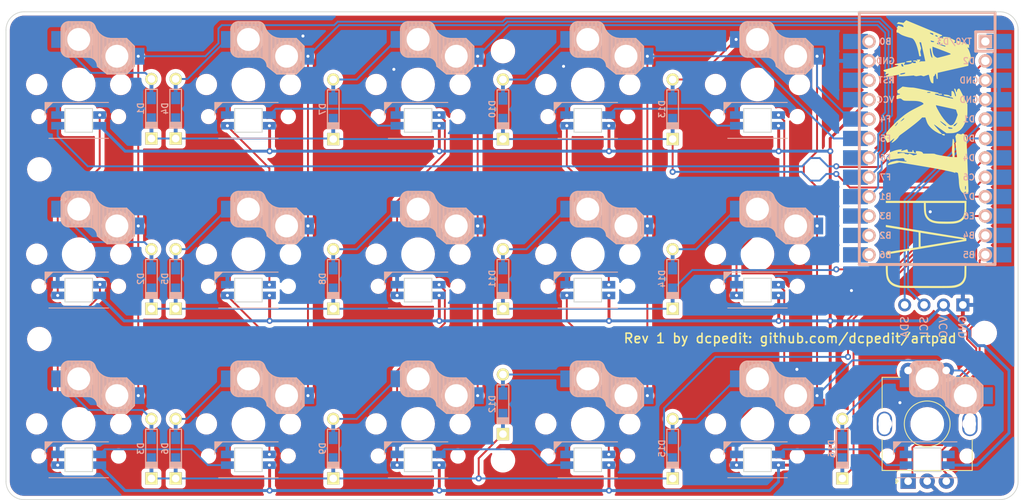
<source format=kicad_pcb>
(kicad_pcb (version 20211014) (generator pcbnew)
  (layers (0 "F.Cu" signal) (31 "B.Cu" signal) (34 "B.Paste" user) (35 "F.Paste" user) (36 "B.SilkS" user "B.Silkscreen") (37 "F.SilkS" user "F.Silkscreen") (38 "B.Mask" user) (39 "F.Mask" user) (44 "Edge.Cuts" user))
  (net 0 "")
  (net 1 "ENB")
  (net 2 "ENA")
  (net 3 "GND")
  (net 4 "Col0")
  (net 5 "Net-(D1-Pad2)")
  (net 6 "SDA")
  (net 7 "SCL")
  (net 8 "VDD")
  (net 9 "Net-(SW00-Pad2)")
  (net 10 "LED")
  (net 11 "Net-(D2-Pad2)")
  (net 12 "Net-(SW01-Pad2)")
  (net 13 "Net-(SW01-Pad4)")
  (net 14 "Net-(D3-Pad2)")
  (net 15 "Col1")
  (net 16 "Net-(SW02-Pad2)")
  (net 17 "Net-(D4-Pad2)")
  (net 18 "Col2")
  (net 19 "Net-(SW03-Pad2)")
  (net 20 "Net-(SW03-Pad4)")
  (net 21 "Net-(SW04-Pad2)")
  (net 22 "Net-(D5-Pad2)")
  (net 23 "Col3")
  (net 24 "Net-(SW10-Pad2)")
  (net 25 "Net-(D6-Pad2)")
  (net 26 "Net-(SW11-Pad4)")
  (net 27 "Net-(D7-Pad2)")
  (net 28 "Net-(SW12-Pad2)")
  (net 29 "Net-(D8-Pad2)")
  (net 30 "Net-(SW13-Pad4)")
  (net 31 "Net-(SW14-Pad2)")
  (net 32 "Net-(D9-Pad2)")
  (net 33 "Net-(SW20-Pad2)")
  (net 34 "Net-(D10-Pad2)")
  (net 35 "Net-(D11-Pad2)")
  (net 36 "Net-(SW22-Pad2)")
  (net 37 "Net-(D12-Pad2)")
  (net 38 "Net-(D13-Pad2)")
  (net 39 "Row0")
  (net 40 "Row2")
  (net 41 "Row3")
  (net 44 "Col4")
  (net 46 "Row1")
  (net 48 "Net-(D14-Pad2)")
  (net 49 "Net-(D15-Pad2)")
  (net 50 "Net-(D16-Pad2)")
  (net 51 "Net-(SW24-Pad2)")
  (net 52 "Net-(SW34-Pad2)")
  (footprint "Artisan:Choc_Hotswap_SK6812MiniE" (layer "F.Cu") (at 147.6375 86.51875)
    (fp_text reference "SW13")
    (fp_text value "SW_PUSH_LED" hide)
    (fp_line (start 1.8 3.149) (end -1.8 3.149) (layer "Edge.Cuts") (width 0.12))
    (fp_line (start -1.8 6.249) (end 1.8 6.249) (layer "Edge.Cuts") (width 0.12))
    (fp_line (start 1.8 6.249) (end 1.8 3.149) (layer "Edge.Cuts") (width 0.12))
    (fp_line (start -1.8 3.149) (end -1.8 6.249) (layer "Edge.Cuts") (width 0.12))
  )
  (footprint "Keebio-Parts:Diode-Hybrid-Back" (layer "F.Cu") (at 158.75 67.5375 -90)
    (fp_text reference "D13")
    (fp_text value "D" hide)
  )
  (footprint "Artisan:Choc_Hotswap_SK6812MiniE" (layer "F.Cu") (at 147.6375 108.74375)
    (fp_text reference "SW23")
    (fp_text value "SW_PUSH_LED" hide)
    (fp_line (start 1.8 6.249) (end 1.8 3.149) (layer "Edge.Cuts") (width 0.12))
    (fp_line (start -1.8 6.249) (end 1.8 6.249) (layer "Edge.Cuts") (width 0.12))
    (fp_line (start -1.8 3.149) (end -1.8 6.249) (layer "Edge.Cuts") (width 0.12))
    (fp_line (start 1.8 3.149) (end -1.8 3.149) (layer "Edge.Cuts") (width 0.12))
  )
  (footprint "Keebio-Parts:Diode-Hybrid-Back" (layer "F.Cu") (at 93.6625 67.46875 -90)
    (fp_text reference "D4")
    (fp_text value "D" hide)
  )
  (footprint "Artisan:Choc_Hotswap_SK6812MiniE" (layer "F.Cu") (at 80.9625 86.51875)
    (fp_text reference "SW10")
    (fp_text value "SW_PUSH_LED" hide)
    (fp_line (start -1.8 3.149) (end -1.8 6.249) (layer "Edge.Cuts") (width 0.12))
    (fp_line (start 1.8 6.249) (end 1.8 3.149) (layer "Edge.Cuts") (width 0.12))
    (fp_line (start 1.8 3.149) (end -1.8 3.149) (layer "Edge.Cuts") (width 0.12))
    (fp_line (start -1.8 6.249) (end 1.8 6.249) (layer "Edge.Cuts") (width 0.12))
  )
  (footprint "Keebio-Parts:Diode-Hybrid-Back" (layer "F.Cu") (at 93.6625 111.9875 -90)
    (fp_text reference "D6")
    (fp_text value "D" hide)
  )
  (footprint "Artisan:Choc_Hotswap_SK6812MiniE" (layer "F.Cu") (at 103.1875 108.74375)
    (fp_text reference "SW21")
    (fp_text value "SW_PUSH_LED" hide)
    (fp_line (start -1.8 3.149) (end -1.8 6.249) (layer "Edge.Cuts") (width 0.12))
    (fp_line (start 1.8 6.249) (end 1.8 3.149) (layer "Edge.Cuts") (width 0.12))
    (fp_line (start 1.8 3.149) (end -1.8 3.149) (layer "Edge.Cuts") (width 0.12))
    (fp_line (start -1.8 6.249) (end 1.8 6.249) (layer "Edge.Cuts") (width 0.12))
  )
  (footprint "Artisan:Choc_Hotswap_SK6812MiniE" (layer "F.Cu") (at 80.9625 64.29375)
    (fp_text reference "SW00")
    (fp_text value "SW_PUSH_LED" hide)
    (fp_line (start -1.8 3.149) (end -1.8 6.249) (layer "Edge.Cuts") (width 0.12))
    (fp_line (start 1.8 3.149) (end -1.8 3.149) (layer "Edge.Cuts") (width 0.12))
    (fp_line (start 1.8 6.249) (end 1.8 3.149) (layer "Edge.Cuts") (width 0.12))
    (fp_line (start -1.8 6.249) (end 1.8 6.249) (layer "Edge.Cuts") (width 0.12))
  )
  (footprint "MountingHole:MountingHole_2.2mm_M2" (layer "F.Cu") (at 75.803125 97.63125)
    (fp_text reference "H2" hide)
    (fp_text value "MountingHole")
  )
  (footprint "Artisan:Choc_Hotswap_SK6812MiniE" (layer "F.Cu") (at 80.9625 108.74375)
    (fp_text reference "SW20")
    (fp_text value "SW_PUSH_LED" hide)
    (fp_line (start 1.8 6.249) (end 1.8 3.149) (layer "Edge.Cuts") (width 0.12))
    (fp_line (start 1.8 3.149) (end -1.8 3.149) (layer "Edge.Cuts") (width 0.12))
    (fp_line (start -1.8 3.149) (end -1.8 6.249) (layer "Edge.Cuts") (width 0.12))
    (fp_line (start -1.8 6.249) (end 1.8 6.249) (layer "Edge.Cuts") (width 0.12))
  )
  (footprint "MountingHole:MountingHole_2.2mm_M2" (layer "F.Cu") (at 177.403125 75.40625)
    (fp_text reference "H5" hide)
    (fp_text value "MountingHole")
  )
  (footprint "Keebio-Parts:Diode-Hybrid-Back" (layer "F.Cu") (at 114.3 111.9875 -90)
    (fp_text reference "D9")
    (fp_text value "D" hide)
  )
  (footprint "Keebio-Parts:Diode-Hybrid-Back" (layer "F.Cu") (at 114.3 67.5375 -90)
    (fp_text reference "D7")
    (fp_text value "D" hide)
  )
  (footprint "Artisan:Choc_Hotswap_SK6812MiniE" (layer "F.Cu") (at 125.4125 64.29375)
    (fp_text reference "SW02")
    (fp_text value "SW_PUSH_LED" hide)
    (fp_line (start 1.8 3.149) (end -1.8 3.149) (layer "Edge.Cuts") (width 0.12))
    (fp_line (start -1.8 3.149) (end -1.8 6.249) (layer "Edge.Cuts") (width 0.12))
    (fp_line (start 1.8 6.249) (end 1.8 3.149) (layer "Edge.Cuts") (width 0.12))
    (fp_line (start -1.8 6.249) (end 1.8 6.249) (layer "Edge.Cuts") (width 0.12))
  )
  (footprint "Keebio-Parts:Diode-Hybrid-Back" (layer "F.Cu") (at 114.3 89.7625 -90)
    (fp_text reference "D8")
    (fp_text value "D" hide)
  )
  (footprint "Keebio-Parts:RotaryEncoder_EC11" (layer "F.Cu") (at 192.0875 108.74375 90)
    (fp_text reference "EN1")
    (fp_text value "Rotary_Encoder_Switch")
  )
  (footprint "Keebio-Parts:Diode-Hybrid-Back" (layer "F.Cu") (at 136.525 67.5375 -90)
    (fp_text reference "D10")
    (fp_text value "D" hide)
  )
  (footprint "Artisan:Choc_Hotswap_SK6812MiniE" (layer "F.Cu") (at 169.8625 64.29375)
    (fp_text reference "SW04")
    (fp_text value "SW_PUSH_LED" hide)
    (fp_line (start 1.8 6.249) (end 1.8 3.149) (layer "Edge.Cuts") (width 0.12))
    (fp_line (start -1.8 6.249) (end 1.8 6.249) (layer "Edge.Cuts") (width 0.12))
    (fp_line (start 1.8 3.149) (end -1.8 3.149) (layer "Edge.Cuts") (width 0.12))
    (fp_line (start -1.8 3.149) (end -1.8 6.249) (layer "Edge.Cuts") (width 0.12))
  )
  (footprint "Keebio-Parts:Diode-Hybrid-Back" (layer "F.Cu") (at 93.6625 89.7625 -90)
    (fp_text reference "D5")
    (fp_text value "D" hide)
  )
  (footprint "Custom_Footprints:SSD1306_OLED" (layer "F.Cu") (at 192.9475 75.40625 90)
    (fp_text reference "J1")
    (fp_text value "OLED")
  )
  (footprint "Artisan:Choc_Hotswap_SK6812MiniE" (layer "F.Cu") (at 125.4125 108.74375)
    (fp_text reference "SW22")
    (fp_text value "SW_PUSH_LED" hide)
    (fp_line (start 1.8 6.249) (end 1.8 3.149) (layer "Edge.Cuts") (width 0.12))
    (fp_line (start 1.8 3.149) (end -1.8 3.149) (layer "Edge.Cuts") (width 0.12))
    (fp_line (start -1.8 6.249) (end 1.8 6.249) (layer "Edge.Cuts") (width 0.12))
    (fp_line (start -1.8 3.149) (end -1.8 6.249) (layer "Edge.Cuts") (width 0.12))
  )
  (footprint "Artisan:Choc_Hotswap_SK6812MiniE" (layer "F.Cu") (at 169.8625 108.74375)
    (fp_text reference "SW24")
    (fp_text value "SW_PUSH_LED" hide)
    (fp_line (start 1.8 6.249) (end 1.8 3.149) (layer "Edge.Cuts") (width 0.12))
    (fp_line (start 1.8 3.149) (end -1.8 3.149) (layer "Edge.Cuts") (width 0.12))
    (fp_line (start -1.8 6.249) (end 1.8 6.249) (layer "Edge.Cuts") (width 0.12))
    (fp_line (start -1.8 3.149) (end -1.8 6.249) (layer "Edge.Cuts") (width 0.12))
  )
  (footprint "Artisan:Choc_Hotswap_SK6812MiniE" (layer "F.Cu") (at 103.1875 86.51875)
    (fp_text reference "SW11")
    (fp_text value "SW_PUSH_LED" hide)
    (fp_line (start 1.8 6.249) (end 1.8 3.149) (layer "Edge.Cuts") (width 0.12))
    (fp_line (start 1.8 3.149) (end -1.8 3.149) (layer "Edge.Cuts") (width 0.12))
    (fp_line (start -1.8 6.249) (end 1.8 6.249) (layer "Edge.Cuts") (width 0.12))
    (fp_line (start -1.8 3.149) (end -1.8 6.249) (layer "Edge.Cuts") (width 0.12))
  )
  (footprint "Artisan:Choc_Hotswap_SK6812MiniE" (layer "F.Cu") (at 147.6375 64.29375)
    (fp_text reference "SW03")
    (fp_text value "SW_PUSH_LED" hide)
    (fp_line (start 1.8 6.249) (end 1.8 3.149) (layer "Edge.Cuts") (width 0.12))
    (fp_line (start 1.8 3.149) (end -1.8 3.149) (layer "Edge.Cuts") (width 0.12))
    (fp_line (start -1.8 3.149) (end -1.8 6.249) (layer "Edge.Cuts") (width 0.12))
    (fp_line (start -1.8 6.249) (end 1.8 6.249) (layer "Edge.Cuts") (width 0.12))
  )
  (footprint "MountingHole:MountingHole_2.2mm_M2" (layer "F.Cu") (at 199.628125 96.8375)
    (fp_text reference "H6" hide)
    (fp_text value "MountingHole")
  )
  (footprint "Keebio-Parts:Diode-Hybrid-Back" (layer "F.Cu") (at 136.525 106.175 -90)
    (fp_text reference "D12")
    (fp_text value "D" hide)
  )
  (footprint "MountingHole:MountingHole_2.2mm_M2" (layer "F.Cu") (at 136.525 113.50625)
    (fp_text reference "H4" hide)
    (fp_text value "MountingHole")
  )
  (footprint "Artisan:logo" (layer "F.Cu") (at 192.0875 73.421875 -90)
    (fp_text reference "G***" hide)
    (fp_text value "LOGO" hide)
  )
  (footprint "Artisan:Choc_Hotswap_SK6812MiniE" (layer "F.Cu") (at 192.0875 108.74375)
    (fp_text reference "SW34")
    (fp_text value "SW_PUSH_LED" hide)
    (fp_line (start -1.8 6.249) (end 1.8 6.249) (layer "Edge.Cuts") (width 0.12))
    (fp_line (start 1.8 3.149) (end -1.8 3.149) (layer "Edge.Cuts") (width 0.12))
    (fp_line (start 1.8 6.249) (end 1.8 3.149) (layer "Edge.Cuts") (width 0.12))
    (fp_line (start -1.8 3.149) (end -1.8 6.249) (layer "Edge.Cuts") (width 0.12))
  )
  (footprint "Keebio-Parts:Diode-Hybrid-Back" (layer "F.Cu") (at 158.75 111.9875 -90)
    (fp_text reference "D15")
    (fp_text value "D" hide)
  )
  (footprint "Artisan:Choc_Hotswap_SK6812MiniE" (layer "F.Cu") (at 103.1875 64.29375)
    (fp_text reference "SW01")
    (fp_text value "SW_PUSH_LED" hide)
    (fp_line (start 1.8 3.149) (end -1.8 3.149) (layer "Edge.Cuts") (width 0.12))
    (fp_line (start -1.8 6.249) (end 1.8 6.249) (layer "Edge.Cuts") (width 0.12))
    (fp_line (start 1.8 6.249) (end 1.8 3.149) (layer "Edge.Cuts") (width 0.12))
    (fp_line (start -1.8 3.149) (end -1.8 6.249) (layer "Edge.Cuts") (width 0.12))
  )
  (footprint "Keebio-Parts:Diode-Hybrid-Back" (layer "F.Cu") (at 90.4875 89.7625 -90)
    (fp_text reference "D2")
    (fp_text value "D" hide)
  )
  (footprint "MountingHole:MountingHole_2.2mm_M2" (layer "F.Cu") (at 136.525 59.928125)
    (fp_text reference "H3" hide)
    (fp_text value "MountingHole")
  )
  (footprint "MountingHole:MountingHole_2.2mm_M2" (layer "F.Cu") (at 75.803125 75.40625)
    (fp_text reference "H1" hide)
    (fp_text value "MountingHole")
  )
  (footprint "Keebio-Parts:Diode-Hybrid-Back" (layer "F.Cu") (at 158.75 89.7625 -90)
    (fp_text reference "D14")
    (fp_text value "D" hide)
  )
  (footprint "Keebio-Parts:Diode-Hybrid-Back" (layer "F.Cu") (at 90.4875 111.9875 -90)
    (fp_text reference "D3")
    (fp_text value "D" hide)
  )
  (footprint "Keebio-Parts:Diode-Hybrid-Back" (layer "F.Cu") (at 180.975 111.9875 -90)
    (fp_text reference "D16")
    (fp_text value "D" hide)
  )
  (footprint "Artisan:Choc_Hotswap_SK6812MiniE" (layer "F.Cu") (at 125.4125 86.51875)
    (fp_text reference "SW12")
    (fp_text value "SW_PUSH_LED" hide)
    (fp_line (start -1.8 3.149) (end -1.8 6.249) (layer "Edge.Cuts") (width 0.12))
    (fp_line (start 1.8 3.149) (end -1.8 3.149) (layer "Edge.Cuts") (width 0.12))
    (fp_line (start 1.8 6.249) (end 1.8 3.149) (layer "Edge.Cuts") (width 0.12))
    (fp_line (start -1.8 6.249) (end 1.8 6.249) (layer "Edge.Cuts") (width 0.12))
  )
  (footprint "Keebio-Parts:Diode-Hybrid-Back" (layer "F.Cu") (at 90.4875 67.46875 -90)
    (fp_text reference "D1")
    (fp_text value "D" hide)
  )
  (footprint "Artisan:Choc_Hotswap_SK6812MiniE" (layer "F.Cu") (at 169.8625 86.51875)
    (fp_text reference "SW14")
    (fp_text value "SW_PUSH_LED" hide)
    (fp_line (start 1.8 3.149) (end -1.8 3.149) (layer "Edge.Cuts") (width 0.12))
    (fp_line (start 1.8 6.249) (end 1.8 3.149) (layer "Edge.Cuts") (width 0.12))
    (fp_line (start -1.8 6.249) (end 1.8 6.249) (layer "Edge.Cuts") (width 0.12))
    (fp_line (start -1.8 3.149) (end -1.8 6.249) (layer "Edge.Cuts") (width 0.12))
  )
  (footprint "Keebio-Parts:Diode-Hybrid-Back" (layer "F.Cu") (at 136.525 89.7625 -90)
    (fp_text reference "D11")
    (fp_text value "D" hide)
  )
  (footprint "Keebio-Parts:Elite-C-castellated-24pin-holes" (layer "B.Cu") (at 192.0875 72.6305 -90)
    (fp_text reference "U1" hide)
    (fp_text value "ProMicro" hide)
  )
  (gr_line (start 73.81875 54.76875) (end 201.6125 54.76875) (layer "Edge.Cuts") (width 0.1))
  (gr_line (start 201.6125 118.665625) (end 73.81875 118.665625) (layer "Edge.Cuts") (width 0.1))
  (gr_line (start 71.4375 57.15) (end 71.4375 116.284375) (layer "Edge.Cuts") (width 0.1))
  (gr_arc (start 201.6125 54.76875) (mid 203.296298 55.466202) (end 203.99375 57.15) (layer "Edge.Cuts") (width 0.1))
  (gr_line (start 203.99375 57.15) (end 203.99375 116.284375) (layer "Edge.Cuts") (width 0.1))
  (gr_arc (start 203.99375 116.284375) (mid 203.296298 117.968173) (end 201.6125 118.665625) (layer "Edge.Cuts") (width 0.1))
  (gr_arc (start 73.81875 118.665625) (mid 72.134952 117.968173) (end 71.4375 116.284375) (layer "Edge.Cuts") (width 0.1))
  (gr_arc (start 71.4375 57.15) (mid 72.134952 55.466202) (end 73.81875 54.76875) (layer "Edge.Cuts") (width 0.1))
  (gr_text "Rev 1 by dcpedit: github.com/dcpedit/artpad" (at 196.05625 97.536) (layer "F.SilkS") (effects (font (size 1.25 1.25) (thickness 0.2)) (justify right)))
  (segment (start 194.071875 111.521875) (end 194.763459 110.830291) (width 0.25) (layer "F.Cu") (net 1))
  (segment (start 197.307209 96.040535) (end 197.307209 97.634466) (width 0.25) (layer "F.Cu") (net 1))
  (segment (start 190.16248 115.43127) (end 190.16248 111.840966) (width 0.25) (layer "F.Cu") (net 1))
  (segment (start 194.763459 104.0811) (end 198.237904 100.606654) (width 0.25) (layer "F.Cu") (net 1))
  (segment (start 198.506689 85.261311) (end 198.506689 94.841054) (width 0.25) (layer "F.Cu") (net 1))
  (segment (start 199.7075 84.0605) (end 198.506689 85.261311) (width 0.25) (layer "F.Cu") (net 1))
  (segment (start 190.16248 111.840966) (end 190.481571 111.521875) (width 0.25) (layer "F.Cu") (net 1))
  (segment (start 198.237904 100.606654) (end 198.506689 100.33787) (width 0.25) (layer "F.Cu") (net 1))
  (segment (start 198.506689 98.833946) (end 198.506689 100.337869) (width 0.25) (layer "F.Cu") (net 1))
  (segment (start 198.506689 100.337869) (end 198.237904 100.606654) (width 0.25) (layer "F.Cu") (net 1))
  (segment (start 198.506689 94.841054) (end 197.307209 96.040535) (width 0.25) (layer "F.Cu") (net 1))
  (segment (start 194.763459 110.830291) (end 194.763459 104.0811) (width 0.25) (layer "F.Cu") (net 1))
  (segment (start 189.5875 116.00625) (end 190.16248 115.43127) (width 0.25) (layer "F.Cu") (net 1))
  (segment (start 197.307209 97.634466) (end 198.506689 98.833946) (width 0.25) (layer "F.Cu") (net 1))
  (segment (start 190.481571 111.521875) (end 194.071875 111.521875) (width 0.25) (layer "F.Cu") (net 1))
  (segment (start 189.5875 116.24375) (end 189.5875 116.00625) (width 0.25) (layer "F.Cu") (net 1))
  (segment (start 198.956209 98.546834) (end 198.956209 100.524068) (width 0.25) (layer "F.Cu") (net 2))
  (segment (start 198.855295 98.546834) (end 198.956209 98.546834) (width 0.25) (layer "F.Cu") (net 2))
  (segment (start 194.5875 115.2125) (end 194.5875 116.24375) (width 0.25) (layer "F.Cu") (net 2))
  (segment (start 195.212979 111.016488) (end 194.01252 112.216948) (width 0.25) (layer "F.Cu") (net 2))
  (segment (start 198.956209 95.027252) (end 197.756729 96.226732) (width 0.25) (layer "F.Cu") (net 2))
  (segment (start 199.7075 86.6005) (end 198.956209 87.351791) (width 0.25) (layer "F.Cu") (net 2))
  (segment (start 198.956209 100.524068) (end 195.212979 104.267297) (width 0.25) (layer "F.Cu") (net 2))
  (segment (start 197.756729 97.448268) (end 198.855295 98.546834) (width 0.25) (layer "F.Cu") (net 2))
  (segment (start 197.756729 96.226732) (end 197.756729 97.448268) (width 0.25) (layer "F.Cu") (net 2))
  (segment (start 195.212979 104.267297) (end 195.212979 111.016488) (width 0.25) (layer "F.Cu") (net 2))
  (segment (start 198.956209 87.351791) (end 198.956209 95.027252) (width 0.25) (layer "F.Cu") (net 2))
  (segment (start 194.01252 112.216948) (end 194.01252 114.63752) (width 0.25) (layer "F.Cu") (net 2))
  (segment (start 194.01252 114.63752) (end 194.5875 115.2125) (width 0.25) (layer "F.Cu") (net 2))
  (via (at 192.484375 80.9625) (size 0.8) (drill 0.4) (layers "F.Cu" "B.Cu") (net 3))
  (via (at 122.2375 62.309375) (size 0.8) (drill 0.4) (layers "F.Cu" "B.Cu") (net 3))
  (via (at 110.33125 57.94375) (size 0.8) (drill 0.4) (layers "F.Cu" "B.Cu") (net 3))
  (via (at 182.165625 91.28125) (size 0.8) (drill 0.4) (layers "F.Cu" "B.Cu") (net 3))
  (via (at 144.4625 61.9125) (size 0.8) (drill 0.4) (layers "F.Cu" "B.Cu") (net 3))
  (via (at 188.515625 105.965625) (size 0.8) (drill 0.4) (layers "F.Cu" "B.Cu") (net 3))
  (via (at 175.021875 101.6) (size 0.8) (drill 0.4) (layers "F.Cu" "B.Cu") (net 3))
  (segment (start 88.7625 82.81875) (end 88.7625 60.59375) (width 0.25) (layer "F.Cu") (net 4))
  (segment (start 88.7625 82.81875) (end 88.7625 105.04375) (width 0.25) (layer "F.Cu") (net 4))
  (via (at 88.7625 105.04375) (size 0.8) (drill 0.4) (layers "F.Cu" "B.Cu") (net 4))
  (via (at 88.7625 60.59375) (size 0.8) (drill 0.4) (layers "F.Cu" "B.Cu") (net 4))
  (via (at 88.7625 82.81875) (size 0.8) (drill 0.4) (layers "F.Cu" "B.Cu") (net 4))
  (segment (start 187.08606 68.744812) (end 187.08606 70.649094) (width 0.25) (layer "B.Cu") (net 4))
  (segment (start 185.668311 75.875407) (end 185.668311 77.779689) (width 0.25) (layer "B.Cu") (net 4))
  (segment (start 186.567351 73.072085) (end 186.117831 73.521605) (width 0.25) (layer "B.Cu") (net 4))
  (segment (start 136.914627 55.620189) (end 185.956811 55.620189) (width 0.25) (layer "B.Cu") (net 4))
  (segment (start 99.262989 56.969239) (end 99.712999 56.519229) (width 0.25) (layer "B.Cu") (net 4))
  (segment (start 114.875824 56.069709) (end 136.465106 56.069709) (width 0.25) (layer "B.Cu") (net 4))
  (segment (start 187.482934 68.347938) (end 187.08606 68.744812) (width 0.25) (layer "B.Cu") (net 4))
  (segment (start 187.482935 57.146315) (end 187.482934 68.347938) (width 0.25) (layer "B.Cu") (net 4))
  (segment (start 186.117831 75.425887) (end 185.668311 75.875407) (width 0.25) (layer "B.Cu") (net 4))
  (segment (start 99.712999 56.519229) (end 114.426303 56.519229) (width 0.25) (layer "B.Cu") (net 4))
  (segment (start 114.426303 56.519229) (end 114.875824 56.069709) (width 0.25) (layer "B.Cu") (net 4))
  (segment (start 185.956811 55.620189) (end 187.482935 57.146315) (width 0.25) (layer "B.Cu") (net 4))
  (segment (start 187.08606 70.649094) (end 186.567351 71.167803) (width 0.25) (layer "B.Cu") (net 4))
  (segment (start 97.551782 60.59375) (end 99.262989 58.882543) (width 0.25) (layer "B.Cu") (net 4))
  (segment (start 88.7625 60.59375) (end 97.551782 60.59375) (width 0.25) (layer "B.Cu") (net 4))
  (segment (start 99.262989 58.882543) (end 99.262989 56.969239) (width 0.25) (layer "B.Cu") (net 4))
  (segment (start 185.668311 77.779689) (end 184.4675 78.9805) (width 0.25) (layer "B.Cu") (net 4))
  (segment (start 136.465106 56.069709) (end 136.914627 55.620189) (width 0.25) (layer "B.Cu") (net 4))
  (segment (start 186.567351 71.167803) (end 186.567351 73.072085) (width 0.25) (layer "B.Cu") (net 4))
  (segment (start 186.117831 73.521605) (end 186.117831 75.425887) (width 0.25) (layer "B.Cu") (net 4))
  (segment (start 90.4875 63.56875) (end 89.687501 62.768751) (width 0.25) (layer "B.Cu") (net 5))
  (segment (start 82.537501 62.768751) (end 78.1625 58.39375) (width 0.25) (layer "B.Cu") (net 5))
  (segment (start 89.687501 62.768751) (end 82.537501 62.768751) (width 0.25) (layer "B.Cu") (net 5))
  (segment (start 189.1375 79.3905) (end 199.7075 68.8205) (width 0.25) (layer "B.Cu") (net 6))
  (segment (start 189.1375 93.16075) (end 189.1375 79.3905) (width 0.25) (layer "B.Cu") (net 6))
  (segment (start 197.803218 71.3605) (end 199.7075 71.3605) (width 0.25) (layer "B.Cu") (net 7))
  (segment (start 189.58702 79.576698) (end 197.803218 71.3605) (width 0.25) (layer "B.Cu") (net 7))
  (segment (start 191.6775 93.16075) (end 189.58702 91.07027) (width 0.25) (layer "B.Cu") (net 7))
  (segment (start 189.58702 91.07027) (end 189.58702 79.576698) (width 0.25) (layer "B.Cu") (net 7))
  (segment (start 150.415625 73.025) (end 150.415625 69.720875) (width 0.381) (layer "F.Cu") (net 8))
  (segment (start 105.965625 114.170875) (end 105.9375 114.14275) (width 0.381) (layer "F.Cu") (net 8))
  (segment (start 179.3875 94.853125) (end 179.3875 112.7125) (width 0.381) (layer "F.Cu") (net 8))
  (segment (start 172.640625 95.25) (end 172.640625 91.945875) (width 0.381) (layer "F.Cu") (net 8))
  (segment (start 172.640625 69.720875) (end 172.6125 69.69275) (width 0.381) (layer "F.Cu") (net 8))
  (segment (start 105.965625 69.720875) (end 105.9375 69.69275) (width 0.381) (layer "F.Cu") (net 8))
  (segment (start 150.415625 117.475) (end 150.415625 114.170875) (width 0.381) (layer "F.Cu") (net 8))
  (segment (start 150.415625 95.25) (end 150.415625 91.945875) (width 0.381) (layer "F.Cu") (net 8))
  (segment (start 179.3875 73.025) (end 179.3875 71.3605) (width 0.381) (layer "F.Cu") (net 8))
  (segment (start 150.415625 91.945875) (end 150.3875 91.91775) (width 0.381) (layer "F.Cu") (net 8))
  (segment (start 128.190625 91.945875) (end 128.1625 91.91775) (width 0.381) (layer "F.Cu") (net 8))
  (segment (start 179.3875 71.3605) (end 184.4675 66.2805) (width 0.381) (layer "F.Cu") (net 8))
  (segment (start 179.3875 112.7125) (end 177.95725 114.14275) (width 0.381) (layer "F.Cu") (net 8))
  (segment (start 105.965625 91.945875) (end 105.9375 91.91775) (width 0.381) (layer "F.Cu") (net 8))
  (segment (start 179.3875 73.025) (end 179.3875 94.853125) (width 0.381) (layer "F.Cu") (net 8))
  (segment (start 172.640625 91.945875) (end 172.6125 91.91775) (width 0.381) (layer "F.Cu") (net 8))
  (segment (start 128.190625 73.025) (end 128.190625 69.720875) (width 0.381) (layer "F.Cu") (net 8))
  (segment (start 128.190625 117.475) (end 128.190625 114.170875) (width 0.381) (layer "F.Cu") (net 8))
  (segment (start 128.190625 114.170875) (end 128.1625 114.14275) (width 0.381) (layer "F.Cu") (net 8))
  (segment (start 172.640625 73.025) (end 172.640625 69.720875) (width 0.381) (layer "F.Cu") (net 8))
  (segment (start 128.190625 69.720875) (end 128.1625 69.69275) (width 0.381) (layer "F.Cu") (net 8))
  (segment (start 105.965625 73.025) (end 105.965625 69.720875) (width 0.381) (layer "F.Cu") (net 8))
  (segment (start 105.965625 117.475) (end 105.965625 114.170875) (width 0.381) (layer "F.Cu") (net 8))
  (segment (start 105.965625 95.25) (end 105.965625 91.945875) (width 0.381) (layer "F.Cu") (net 8))
  (segment (start 177.95725 114.14275) (end 172.6125 114.14275) (width 0.381) (layer "F.Cu") (net 8))
  (segment (start 150.415625 69.720875) (end 150.3875 69.69275) (width 0.381) (layer "F.Cu") (net 8))
  (segment (start 128.190625 95.25) (end 128.190625 91.945875) (width 0.381) (layer "F.Cu") (net 8))
  (segment (start 150.415625 114.170875) (end 150.3875 114.14275) (width 0.381) (layer "F.Cu") (net 8))
  (via (at 105.9375 114.14275) (size 0.8) (drill 0.4) (layers "F.Cu" "B.Cu") (net 8))
  (via (at 105.965625 117.475) (size 0.8) (drill 0.4) (layers "F.Cu" "B.Cu") (net 8))
  (via (at 128.1625 114.14275) (size 0.8) (drill 0.4) (layers "F.Cu" "B.Cu") (net 8))
  (via (at 128.190625 117.475) (size 0.8) (drill 0.4) (layers "F.Cu" "B.Cu") (net 8))
  (via (at 150.415625 95.25) (size 0.8) (drill 0.4) (layers "F.Cu" "B.Cu") (net 8))
  (via (at 179.3875 95.25) (size 0.8) (drill 0.4) (layers "F.Cu" "B.Cu") (net 8))
  (via (at 150.3875 114.14275) (size 0.8) (drill 0.4) (layers "F.Cu" "B.Cu") (net 8))
  (via (at 150.415625 117.475) (size 0.8) (drill 0.4) (layers "F.Cu" "B.Cu") (net 8))
  (via (at 105.9375 91.91775) (size 0.8) (drill 0.4) (layers "F.Cu" "B.Cu") (net 8))
  (via (at 128.1625 91.91775) (size 0.8) (drill 0.4) (layers "F.Cu" "B.Cu") (net 8))
  (via (at 150.3875 69.69275) (size 0.8) (drill 0.4) (layers "F.Cu" "B.Cu") (net 8))
  (via (at 179.3875 73.025) (size 0.8) (drill 0.4) (layers "F.Cu" "B.Cu") (net 8))
  (via (at 105.9375 69.69275) (size 0.8) (drill 0.4) (layers "F.Cu" "B.Cu") (net 8))
  (via (at 128.190625 95.25) (size 0.8) (drill 0.4) (layers "F.Cu" "B.Cu") (net 8))
  (via (at 128.1625 69.69275) (size 0.8) (drill 0.4) (layers "F.Cu" "B.Cu") (net 8))
  (via (at 150.415625 73.025) (size 0.8) (drill 0.4) (layers "F.Cu" "B.Cu") (net 8))
  (via (at 128.190625 73.025) (size 0.8) (drill 0.4) (layers "F.Cu" "B.Cu") (net 8))
  (via (at 105.965625 95.25) (size 0.8) (drill 0.4) (layers "F.Cu" "B.Cu") (net 8))
  (via (at 172.640625 95.25) (size 0.8) (drill 0.4) (layers "F.Cu" "B.Cu") (net 8))
  (via (at 150.3875 91.91775) (size 0.8) (drill 0.4) (layers "F.Cu" "B.Cu") (net 8))
  (via (at 172.6125 114.14275) (size 0.8) (drill 0.4) (layers "F.Cu" "B.Cu") (net 8))
  (via (at 172.6125 91.91775) (size 0.8) (drill 0.4) (layers "F.Cu" "B.Cu") (net 8))
  (via (at 172.6125 69.69275) (size 0.8) (drill 0.4) (layers "F.Cu" "B.Cu") (net 8))
  (via (at 172.640625 73.025) (size 0.8) (drill 0.4) (layers "F.Cu" "B.Cu") (net 8))
  (via (at 105.965625 73.025) (size 0.8) (drill 0.4) (layers "F.Cu" "B.Cu") (net 8))
  (segment (start 150.415625 117.475) (end 128.190625 117.475) (width 0.381) (layer "B.Cu") (net 8))
  (segment (start 172.640625 73.025) (end 179.3875 73.025) (width 0.381) (layer "B.Cu") (net 8))
  (segment (start 197.64375 97.42792) (end 198.714018 98.498188) (width 0.381) (layer "B.Cu") (net 8))
  (segment (start 83.7125 69.69275) (end 87.04475 73.025) (width 0.381) (layer "B.Cu") (net 8))
  (segment (start 199.554937 98.498188) (end 202.803125 101.746375) (width 0.381) (layer "B.Cu") (net 8))
  (segment (start 172.6125 114.14275) (end 172.6125 116.3125) (width 0.381) (layer "B.Cu") (net 8))
  (segment (start 192.12825 95.25) (end 194.2175 93.16075) (width 0.381) (layer "B.Cu") (net 8))
  (segment (start 105.965625 73.025) (end 128.190625 73.025) (width 0.381) (layer "B.Cu") (net 8))
  (segment (start 197.64375 96.587) (end 197.64375 97.42792) (width 0.381) (layer "B.Cu") (net 8))
  (segment (start 172.640625 95.25) (end 150.415625 95.25) (width 0.381) (layer "B.Cu") (net 8))
  (segment (start 83.7125 92.046875) (end 83.7125 91.91775) (width 0.381) (layer "B.Cu") (net 8))
  (segment (start 86.915625 95.25) (end 83.7125 92.046875) (width 0.381) (layer "B.Cu") (net 8))
  (segment (start 179.3875 95.25) (end 172.640625 95.25) (width 0.381) (layer "B.Cu") (net 8))
  (segment (start 202.803125 109.934375) (end 198.59475 114.14275) (width 0.381) (layer "B.Cu") (net 8))
  (segment (start 198.714018 98.498188) (end 199.554937 98.498188) (width 0.381) (layer "B.Cu") (net 8))
  (segment (start 172.6125 116.3125) (end 171.45 117.475) (width 0.381) (layer "B.Cu") (net 8))
  (segment (start 194.2175 93.16075) (end 197.64375 96.587) (width 0.381) (layer "B.Cu") (net 8))
  (segment (start 198.59475 114.14275) (end 194.8375 114.14275) (width 0.381) (layer "B.Cu") (net 8))
  (segment (start 105.965625 117.475) (end 87.04475 117.475) (width 0.381) (layer "B.Cu") (net 8))
  (segment (start 128.190625 117.475) (end 105.965625 117.475) (width 0.381) (layer "B.Cu") (net 8))
  (segment (start 87.04475 73.025) (end 105.965625 73.025) (width 0.381) (layer "B.Cu") (net 8))
  (segment (start 87.04475 117.475) (end 83.7125 114.14275) (width 0.381) (layer "B.Cu") (net 8))
  (segment (start 171.45 117.475) (end 150.415625 117.475) (width 0.381) (layer "B.Cu") (net 8))
  (segment (start 105.965625 95.25) (end 86.915625 95.25) (width 0.381) (layer "B.Cu") (net 8))
  (segment (start 202.803125 101.746375) (end 202.803125 109.934375) (width 0.381) (layer "B.Cu") (net 8))
  (segment (start 128.190625 95.25) (end 105.965625 95.25) (width 0.381) (layer "B.Cu") (net 8))
  (segment (start 150.415625 95.25) (end 128.190625 95.25) (width 0.381) (layer "B.Cu") (net 8))
  (segment (start 179.3875 95.25) (end 192.12825 95.25) (width 0.381) (layer "B.Cu") (net 8))
  (segment (start 150.415625 73.025) (end 172.640625 73.025) (width 0.381) (layer "B.Cu") (net 8))
  (segment (start 128.190625 73.025) (end 150.415625 73.025) (width 0.381) (layer "B.Cu") (net 8))
  (segment (start 78.2125 80.717776) (end 83.7125 75.217776) (width 0.25) (layer "F.Cu") (net 9))
  (segment (start 83.7125 75.217776) (end 83.7125 68.29275) (width 0.25) (layer "F.Cu") (net 9))
  (segment (start 78.2125 91.91775) (end 78.2125 80.717776) (width 0.25) (layer "F.Cu") (net 9))
  (via (at 78.2125 91.91775) (size 0.8) (drill 0.4) (layers "F.Cu" "B.Cu") (net 9))
  (via (at 83.7125 68.29275) (size 0.8) (drill 0.4) (layers "F.Cu" "B.Cu") (net 9))
  (segment (start 185.806689 75.101311) (end 180.273186 75.101311) (width 0.25) (layer "F.Cu") (net 10))
  (segment (start 180.273186 75.101311) (end 180.18125 75.009375) (width 0.25) (layer "F.Cu") (net 10))
  (segment (start 199.7075 61.2005) (end 185.806689 75.101311) (width 0.25) (layer "F.Cu") (net 10))
  (via (at 180.18125 75.009375) (size 0.8) (drill 0.4) (layers "F.Cu" "B.Cu") (net 10))
  (segment (start 176.792357 73.931729) (end 175.714711 75.009375) (width 0.25) (layer "B.Cu") (net 10))
  (segment (start 78.2125 71.06875) (end 78.2125 69.69275) (width 0.25) (layer "B.Cu") (net 10))
  (segment (start 82.153125 75.009375) (end 78.2125 71.06875) (width 0.25) (layer "B.Cu") (net 10))
  (segment (start 179.091539 75.009375) (end 178.013893 73.931729) (width 0.25) (layer "B.Cu") (net 10))
  (segment (start 175.714711 75.009375) (end 82.153125 75.009375) (width 0.25) (layer "B.Cu") (net 10))
  (segment (start 178.013893 73.931729) (end 176.792357 73.931729) (width 0.25) (layer "B.Cu") (net 10))
  (segment (start 180.18125 75.009375) (end 179.091539 75.009375) (width 0.25) (layer "B.Cu") (net 10))
  (segment (start 78.1625 80.61875) (end 82.475 84.93125) (width 0.25) (layer "B.Cu") (net 11))
  (segment (start 89.55625 84.93125) (end 90.4875 85.8625) (width 0.25) (layer "B.Cu") (net 11))
  (segment (start 82.475 84.93125) (end 89.55625 84.93125) (width 0.25) (layer "B.Cu") (net 11))
  (segment (start 117.930739 67.46875) (end 120.154739 69.69275) (width 0.25) (layer "B.Cu") (net 12))
  (segment (start 106.7615 67.46875) (end 117.930739 67.46875) (width 0.25) (layer "B.Cu") (net 12))
  (segment (start 120.154739 69.69275) (end 122.6625 69.69275) (width 0.25) (layer "B.Cu") (net 12))
  (segment (start 105.9375 68.29275) (end 106.7615 67.46875) (width 0.25) (layer "B.Cu") (net 12))
  (segment (start 105.9375 90.51775) (end 105.9375 75.269554) (width 0.25) (layer "F.Cu") (net 13))
  (segment (start 100.4375 69.769554) (end 100.4375 69.69275) (width 0.25) (layer "F.Cu") (net 13))
  (segment (start 105.9375 75.269554) (end 100.4375 69.769554) (width 0.25) (layer "F.Cu") (net 13))
  (via (at 105.9375 90.51775) (size 0.8) (drill 0.4) (layers "F.Cu" "B.Cu") (net 13))
  (via (at 100.4375 69.69275) (size 0.8) (drill 0.4) (layers "F.Cu" "B.Cu") (net 13))
  (segment (start 89.318271 106.918271) (end 82.237021 106.918271) (width 0.25) (layer "B.Cu") (net 14))
  (segment (start 82.237021 106.918271) (end 78.1625 102.84375) (width 0.25) (layer "B.Cu") (net 14))
  (segment (start 90.4875 108.0875) (end 89.318271 106.918271) (width 0.25) (layer "B.Cu") (net 14))
  (segment (start 110.9875 82.81875) (end 110.9875 60.59375) (width 0.25) (layer "F.Cu") (net 15))
  (segment (start 110.9875 82.81875) (end 110.9875 105.04375) (width 0.25) (layer "F.Cu") (net 15))
  (via (at 110.9875 60.59375) (size 0.8) (drill 0.4) (layers "F.Cu" "B.Cu") (net 15))
  (via (at 110.9875 82.81875) (size 0.8) (drill 0.4) (layers "F.Cu" "B.Cu") (net 15))
  (via (at 110.9875 105.04375) (size 0.8) (drill 0.4) (layers "F.Cu" "B.Cu") (net 15))
  (segment (start 137.100824 56.069709) (end 185.770612 56.069709) (width 0.25) (layer "B.Cu") (net 15))
  (segment (start 136.651303 56.519229) (end 137.100824 56.069709) (width 0.25) (layer "B.Cu") (net 15))
  (segment (start 187.033415 57.332512) (end 187.033414 68.16174) (width 0.25) (layer "B.Cu") (net 15))
  (segment (start 187.033414 68.16174) (end 186.63654 68.558614) (width 0.25) (layer "B.Cu") (net 15))
  (segment (start 186.63654 70.462896) (end 186.117831 70.981605) (width 0.25) (layer "B.Cu") (net 15))
  (segment (start 186.117831 72.885887) (end 185.668311 73.335407) (width 0.25) (layer "B.Cu") (net 15))
  (segment (start 185.770612 56.069709) (end 187.033415 57.332512) (width 0.25) (layer "B.Cu") (net 15))
  (segment (start 185.668311 73.335407) (end 185.668311 75.239689) (width 0.25) (layer "B.Cu") (net 15))
  (segment (start 186.117831 70.981605) (end 186.117831 72.885887) (width 0.25) (layer "B.Cu") (net 15))
  (segment (start 186.63654 68.558614) (end 186.63654 70.462896) (width 0.25) (layer "B.Cu") (net 15))
  (segment (start 115.062021 56.519229) (end 136.651303 56.519229) (width 0.25) (layer "B.Cu") (net 15))
  (segment (start 185.668311 75.239689) (end 184.4675 76.4405) (width 0.25) (layer "B.Cu") (net 15))
  (segment (start 110.9875 60.59375) (end 115.062021 56.519229) (width 0.25) (layer "B.Cu") (net 15))
  (segment (start 122.6625 79.577739) (end 122.6625 81.3875) (width 0.25) (layer "F.Cu") (net 16))
  (segment (start 128.915136 73.325103) (end 122.6625 79.577739) (width 0.25) (layer "F.Cu") (net 16))
  (segment (start 128.915136 69.045386) (end 128.915136 73.325103) (width 0.25) (layer "F.Cu") (net 16))
  (segment (start 122.6625 91.91775) (end 122.6625 81.3875) (width 0.25) (layer "F.Cu") (net 16))
  (segment (start 128.1625 68.29275) (end 128.915136 69.045386) (width 0.25) (layer "F.Cu") (net 16))
  (via (at 122.6625 91.91775) (size 0.8) (drill 0.4) (layers "F.Cu" "B.Cu") (net 16))
  (via (at 128.1625 68.29275) (size 0.8) (drill 0.4) (layers "F.Cu" "B.Cu") (net 16))
  (segment (start 93.6625 63.56875) (end 95.2125 63.56875) (width 0.25) (layer "B.Cu") (net 17))
  (segment (start 95.2125 63.56875) (end 100.3875 58.39375) (width 0.25) (layer "B.Cu") (net 17))
  (segment (start 133.2125 82.81875) (end 133.2125 105.04375) (width 0.25) (layer "F.Cu") (net 18))
  (segment (start 133.2125 82.81875) (end 133.2125 60.59375) (width 0.25) (layer "F.Cu") (net 18))
  (via (at 133.2125 105.04375) (size 0.8) (drill 0.4) (layers "F.Cu" "B.Cu") (net 18))
  (via (at 133.2125 60.59375) (size 0.8) (drill 0.4) (layers "F.Cu" "B.Cu") (net 18))
  (via (at 133.2125 82.81875) (size 0.8) (drill 0.4) (layers "F.Cu" "B.Cu") (net 18))
  (via (at 133.2125 82.81875) (size 0.8) (drill 0.4) (layers "F.Cu" "B.Cu") (net 18))
  (segment (start 185.668311 72.699689) (end 184.4675 73.9005) (width 0.25) (layer "B.Cu") (net 18))
  (segment (start 186.18702 70.276698) (end 185.668311 70.795407) (width 0.25) (layer "B.Cu") (net 18))
  (segment (start 137.287021 56.519229) (end 185.584416 56.519229) (width 0.25) (layer "B.Cu") (net 18))
  (segment (start 185.668311 70.795407) (end 185.668311 72.699689) (width 0.25) (layer "B.Cu") (net 18))
  (segment (start 186.583894 67.975542) (end 186.18702 68.372416) (width 0.25) (layer "B.Cu") (net 18))
  (segment (start 133.2125 60.59375) (end 137.287021 56.519229) (width 0.25) (layer "B.Cu") (net 18))
  (segment (start 185.584416 56.519229) (end 186.583895 57.518709) (width 0.25) (layer "B.Cu") (net 18))
  (segment (start 186.18702 68.372416) (end 186.18702 70.276698) (width 0.25) (layer "B.Cu") (net 18))
  (segment (start 186.583895 57.518709) (end 186.583894 67.975542) (width 0.25) (layer "B.Cu") (net 18))
  (segment (start 162.380739 67.46875) (end 164.604739 69.69275) (width 0.25) (layer "B.Cu") (net 19))
  (segment (start 150.3875 68.29275) (end 151.2115 67.46875) (width 0.25) (layer "B.Cu") (net 19))
  (segment (start 151.2115 67.46875) (end 162.380739 67.46875) (width 0.25) (layer "B.Cu") (net 19))
  (segment (start 164.604739 69.69275) (end 167.1125 69.69275) (width 0.25) (layer "B.Cu") (net 19))
  (segment (start 144.8875 69.69275) (end 144.8875 74.98125) (width 0.25) (layer "F.Cu") (net 20))
  (segment (start 150.3875 80.48125) (end 144.8875 74.98125) (width 0.25) (layer "F.Cu") (net 20))
  (segment (start 150.3875 90.51775) (end 150.3875 80.48125) (width 0.25) (layer "F.Cu") (net 20))
  (via (at 150.3875 90.51775) (size 0.8) (drill 0.4) (layers "F.Cu" "B.Cu") (net 20))
  (via (at 144.8875 69.69275) (size 0.8) (drill 0.4) (layers "F.Cu" "B.Cu") (net 20))
  (segment (start 173.365136 69.045386) (end 173.365136 80.082298) (width 0.25) (layer "F.Cu") (net 21))
  (segment (start 172.6125 68.29275) (end 173.365136 69.045386) (width 0.25) (layer "F.Cu") (net 21))
  (segment (start 167.1125 86.334933) (end 172.364342 81.083092) (width 0.25) (layer "F.Cu") (net 21))
  (segment (start 173.365136 80.082298) (end 172.364342 81.083092) (width 0.25) (layer "F.Cu") (net 21))
  (segment (start 167.1125 91.91775) (end 167.1125 86.334933) (width 0.25) (layer "F.Cu") (net 21))
  (via (at 172.6125 68.29275) (size 0.8) (drill 0.4) (layers "F.Cu" "B.Cu") (net 21))
  (via (at 167.1125 91.91775) (size 0.8) (drill 0.4) (layers "F.Cu" "B.Cu") (net 21))
  (segment (start 93.6625 85.8625) (end 95.14375 85.8625) (width 0.25) (layer "B.Cu") (net 22))
  (segment (start 95.14375 85.8625) (end 100.3875 80.61875) (width 0.25) (layer "B.Cu") (net 22))
  (segment (start 155.4375 82.81875) (end 155.4375 60.59375) (width 0.25) (layer "F.Cu") (net 23))
  (segment (start 155.4375 82.81875) (end 155.4375 105.04375) (width 0.25) (layer "F.Cu") (net 23))
  (via (at 155.4375 60.59375) (size 0.8) (drill 0.4) (layers "F.Cu" "B.Cu") (net 23))
  (via (at 155.4375 82.81875) (size 0.8) (drill 0.4) (layers "F.Cu" "B.Cu") (net 23))
  (via (at 155.4375 105.04375) (size 0.8) (drill 0.4) (layers "F.Cu" "B.Cu") (net 23))
  (segment (start 179.863067 71.3605) (end 182.6895 71.3605) (width 0.25) (layer "B.Cu") (net 23))
  (segment (start 169.096317 60.59375) (end 179.863067 71.3605) (width 0.25) (layer "B.Cu") (net 23))
  (segment (start 155.4375 60.59375) (end 169.096317 60.59375) (width 0.25) (layer "B.Cu") (net 23))
  (segment (start 83.740625 90.4875) (end 83.740625 91.966429) (width 0.25) (layer "F.Cu") (net 24))
  (segment (start 83.740625 91.966429) (end 78.2125 97.494554) (width 0.25) (layer "F.Cu") (net 24))
  (segment (start 78.2125 97.494554) (end 78.2125 114.14275) (width 0.25) (layer "F.Cu") (net 24))
  (via (at 78.2125 114.14275) (size 0.8) (drill 0.4) (layers "F.Cu" "B.Cu") (net 24))
  (via (at 83.740625 90.4875) (size 0.8) (drill 0.4) (layers "F.Cu" "B.Cu") (net 24))
  (segment (start 83.7125 90.515625) (end 83.740625 90.4875) (width 0.25) (layer "B.Cu") (net 24))
  (segment (start 83.7125 90.51775) (end 83.7125 90.515625) (width 0.25) (layer "B.Cu") (net 24))
  (segment (start 93.6625 108.0875) (end 95.14375 108.0875) (width 0.25) (layer "B.Cu") (net 25))
  (segment (start 95.14375 108.0875) (end 100.3875 102.84375) (width 0.25) (layer "B.Cu") (net 25))
  (segment (start 105.9375 97.494554) (end 100.4375 91.994554) (width 0.25) (layer "F.Cu") (net 26))
  (segment (start 100.4375 91.994554) (end 100.4375 91.91775) (width 0.25) (layer "F.Cu") (net 26))
  (segment (start 105.9375 112.74275) (end 105.9375 97.494554) (width 0.25) (layer "F.Cu") (net 26))
  (via (at 105.9375 112.74275) (size 0.8) (drill 0.4) (layers "F.Cu" "B.Cu") (net 26))
  (via (at 100.4375 91.91775) (size 0.8) (drill 0.4) (layers "F.Cu" "B.Cu") (net 26))
  (segment (start 117.36875 63.6375) (end 122.6125 58.39375) (width 0.25) (layer "B.Cu") (net 27))
  (segment (start 114.3 63.6375) (end 117.36875 63.6375) (width 0.25) (layer "B.Cu") (net 27))
  (segment (start 122.6625 114.14275) (end 122.6625 102.81875) (width 0.25) (layer "F.Cu") (net 28))
  (segment (start 122.6625 101.802739) (end 122.6625 102.81875) (width 0.25) (layer "F.Cu") (net 28))
  (segment (start 128.915136 95.550103) (end 122.6625 101.802739) (width 0.25) (layer "F.Cu") (net 28))
  (segment (start 128.1625 90.51775) (end 128.915136 91.270386) (width 0.25) (layer "F.Cu") (net 28))
  (segment (start 128.915136 91.270386) (end 128.915136 95.550103) (width 0.25) (layer "F.Cu") (net 28))
  (via (at 122.6625 114.14275) (size 0.8) (drill 0.4) (layers "F.Cu" "B.Cu") (net 28))
  (via (at 128.1625 90.51775) (size 0.8) (drill 0.4) (layers "F.Cu" "B.Cu") (net 28))
  (segment (start 117.36875 85.8625) (end 122.6125 80.61875) (width 0.25) (layer "B.Cu") (net 29))
  (segment (start 114.3 85.8625) (end 117.36875 85.8625) (width 0.25) (layer "B.Cu") (net 29))
  (segment (start 144.8875 91.91775) (end 144.8875 95.221875) (width 0.25) (layer "F.Cu") (net 30))
  (segment (start 150.3875 112.74275) (end 150.3875 100.721875) (width 0.25) (layer "F.Cu") (net 30))
  (segment (start 150.3875 100.721875) (end 144.8875 95.221875) (width 0.25) (layer "F.Cu") (net 30))
  (via (at 150.3875 112.74275) (size 0.8) (drill 0.4) (layers "F.Cu" "B.Cu") (net 30))
  (via (at 144.8875 91.91775) (size 0.8) (drill 0.4) (layers "F.Cu" "B.Cu") (net 30))
  (segment (start 173.365136 91.270386) (end 173.365136 102.307297) (width 0.25) (layer "F.Cu") (net 31))
  (segment (start 173.365136 102.307297) (end 167.1125 108.559933) (width 0.25) (layer "F.Cu") (net 31))
  (segment (start 167.1125 108.559933) (end 167.1125 114.14275) (width 0.25) (layer "F.Cu") (net 31))
  (segment (start 172.6125 90.51775) (end 173.365136 91.270386) (width 0.25) (layer "F.Cu") (net 31))
  (via (at 167.1125 114.14275) (size 0.8) (drill 0.4) (layers "F.Cu" "B.Cu") (net 31))
  (via (at 172.6125 90.51775) (size 0.8) (drill 0.4) (layers "F.Cu" "B.Cu") (net 31))
  (segment (start 114.3 108.0875) (end 117.36875 108.0875) (width 0.25) (layer "B.Cu") (net 32))
  (segment (start 117.36875 108.0875) (end 122.6125 102.84375) (width 0.25) (layer "B.Cu") (net 32))
  (segment (start 83.7125 112.74275) (end 84.386021 112.069229) (width 0.25) (layer "B.Cu") (net 33))
  (segment (start 97.870875 114.14275) (end 100.4375 114.14275) (width 0.25) (layer "B.Cu") (net 33))
  (segment (start 84.386021 112.069229) (end 95.797354 112.069229) (width 0.25) (layer "B.Cu") (net 33))
  (segment (start 95.797354 112.069229) (end 97.870875 114.14275) (width 0.25) (layer "B.Cu") (net 33))
  (segment (start 139.59375 63.6375) (end 144.8375 58.39375) (width 0.25) (layer "B.Cu") (net 34))
  (segment (start 136.525 63.6375) (end 139.59375 63.6375) (width 0.25) (layer "B.Cu") (net 34))
  (segment (start 139.59375 85.8625) (end 144.8375 80.61875) (width 0.25) (layer "B.Cu") (net 35))
  (segment (start 136.525 85.8625) (end 139.59375 85.8625) (width 0.25) (layer "B.Cu") (net 35))
  (segment (start 128.836021 112.069229) (end 140.306218 112.069229) (width 0.25) (layer "B.Cu") (net 36))
  (segment (start 142.379739 114.14275) (end 144.8875 114.14275) (width 0.25) (layer "B.Cu") (net 36))
  (segment (start 140.306218 112.069229) (end 142.379739 114.14275) (width 0.25) (layer "B.Cu") (net 36))
  (segment (start 128.1625 112.74275) (end 128.836021 112.069229) (width 0.25) (layer "B.Cu") (net 36))
  (segment (start 136.525 102.275) (end 144.26875 102.275) (width 0.25) (layer "B.Cu") (net 37))
  (segment (start 144.26875 102.275) (end 144.8375 102.84375) (width 0.25) (layer "B.Cu") (net 37))
  (segment (start 158.75 63.6375) (end 161.81875 63.6375) (width 0.25) (layer "F.Cu") (net 38))
  (segment (start 161.81875 63.6375) (end 167.0625 58.39375) (width 0.25) (layer "F.Cu") (net 38))
  (via (at 167.0625 58.39375) (size 0.8) (drill 0.4) (layers "F.Cu" "B.Cu") (net 38))
  (segment (start 181.949391 77.779689) (end 195.828311 77.779689) (width 0.25) (layer "F.Cu") (net 39))
  (segment (start 180.178576 76.008874) (end 181.949391 77.779689) (width 0.25) (layer "F.Cu") (net 39))
  (segment (start 195.828311 77.779689) (end 199.7075 73.9005) (width 0.25) (layer "F.Cu") (net 39))
  (segment (start 158.75 71.4375) (end 158.75 75.733875) (width 0.25) (layer "F.Cu") (net 39))
  (via (at 180.178576 76.008874) (size 0.8) (drill 0.4) (layers "F.Cu" "B.Cu") (net 39))
  (via (at 158.75 75.733875) (size 0.8) (drill 0.4) (layers "F.Cu" "B.Cu") (net 39))
  (segment (start 93.6625 71.36875) (end 114.23125 71.36875) (width 0.25) (layer "B.Cu") (net 39))
  (segment (start 180.178576 76.008874) (end 178.88579 76.008874) (width 0.25) (layer "B.Cu") (net 39))
  (segment (start 114.23125 71.36875) (end 114.3 71.4375) (width 0.25) (layer "B.Cu") (net 39))
  (segment (start 176.792357 76.880771) (end 175.645461 75.733875) (width 0.25) (layer "B.Cu") (net 39))
  (segment (start 178.013893 76.880771) (end 176.792357 76.880771) (width 0.25) (layer "B.Cu") (net 39))
  (segment (start 175.645461 75.733875) (end 158.75 75.733875) (width 0.25) (layer "B.Cu") (net 39))
  (segment (start 90.4875 71.36875) (end 93.6625 71.36875) (width 0.25) (layer "B.Cu") (net 39))
  (segment (start 114.3 71.4375) (end 136.525 71.4375) (width 0.25) (layer "B.Cu") (net 39))
  (segment (start 178.88579 76.008874) (end 178.013893 76.880771) (width 0.25) (layer "B.Cu") (net 39))
  (segment (start 136.525 71.4375) (end 158.75 71.4375) (width 0.25) (layer "B.Cu") (net 39))
  (segment (start 136.525 110.075) (end 133.35 113.25) (width 0.25) (layer "F.Cu") (net 40))
  (segment (start 197.803219 78.9805) (end 199.7075 78.9805) (width 0.25) (layer "F.Cu") (net 40))
  (segment (start 181.718951 95.064767) (end 197.803219 78.9805) (width 0.25) (layer "F.Cu") (net 40))
  (segment (start 133.35 113.25) (end 133.35 115.8875) (width 0.25) (layer "F.Cu") (net 40))
  (segment (start 181.718951 99.962701) (end 181.718951 95.064767) (width 0.25) (layer "F.Cu") (net 40))
  (via (at 181.718951 99.962701) (size 0.8) (drill 0.4) (layers "F.Cu" "B.Cu") (net 40))
  (via (at 133.35 115.8875) (size 0.8) (drill 0.4) (layers "F.Cu" "B.Cu") (net 40))
  (segment (start 136.525 115.8875) (end 158.75 115.8875) (width 0.25) (layer "B.Cu") (net 40))
  (segment (start 163.349521 100.969229) (end 164.349031 99.969719) (width 0.25) (layer "B.Cu") (net 40))
  (segment (start 93.6625 115.8875) (end 114.3 115.8875) (width 0.25) (layer "B.Cu") (net 40))
  (segment (start 90.4875 115.8875) (end 93.6625 115.8875) (width 0.25) (layer "B.Cu") (net 40))
  (segment (start 164.349031 99.969719) (end 181.711933 99.969719) (width 0.25) (layer "B.Cu") (net 40))
  (segment (start 157.625489 106.693261) (end 163.349521 100.969229) (width 0.25) (layer "B.Cu") (net 40))
  (segment (start 133.35 115.8875) (end 136.525 115.8875) (width 0.25) (layer "B.Cu") (net 40))
  (segment (start 114.3 115.8875) (end 133.35 115.8875) (width 0.25) (layer "B.Cu") (net 40))
  (segment (start 157.625489 112.262989) (end 157.625489 106.693261) (width 0.25) (layer "B.Cu") (net 40))
  (segment (start 158.75 113.3875) (end 157.625489 112.262989) (width 0.25) (layer "B.Cu") (net 40))
  (segment (start 181.711933 99.969719) (end 181.718951 99.962701) (width 0.25) (layer "B.Cu") (net 40))
  (segment (start 182.443462 114.419038) (end 182.443462 94.975974) (width 0.25) (layer "F.Cu") (net 41))
  (segment (start 182.443462 94.975974) (end 195.898936 81.5205) (width 0.25) (layer "F.Cu") (net 41))
  (segment (start 180.975 115.8875) (end 182.443462 114.419038) (width 0.25) (layer "F.Cu") (net 41))
  (segment (start 195.898936 81.5205) (end 199.7075 81.5205) (width 0.25) (layer "F.Cu") (net 41))
  (segment (start 177.6625 73.061586) (end 175.928604 74.795482) (width 0.25) (layer "F.Cu") (net 44))
  (segment (start 175.928604 76.017018) (end 177.6625 77.750914) (width 0.25) (layer "F.Cu") (net 44))
  (segment (start 175.928604 74.795482) (end 175.928604 76.017018) (width 0.25) (layer "F.Cu") (net 44))
  (segment (start 177.6625 82.81875) (end 177.6625 105.04375) (width 0.25) (layer "F.Cu") (net 44))
  (segment (start 177.6625 77.750914) (end 177.6625 82.81875) (width 0.25) (layer "F.Cu") (net 44))
  (segment (start 177.6625 60.59375) (end 177.6625 73.061586) (width 0.25) (layer "F.Cu") (net 44))
  (via (at 177.6625 60.59375) (size 0.8) (drill 0.4) (layers "F.Cu" "B.Cu") (net 44))
  (via (at 177.6625 82.81875) (size 0.8) (drill 0.4) (layers "F.Cu" "B.Cu") (net 44))
  (via (at 177.6625 105.04375) (size 0.8) (drill 0.4) (layers "F.Cu" "B.Cu") (net 44))
  (segment (start 181.955478 68.8205) (end 182.6895 68.8205) (width 0.25) (layer "B.Cu") (net 44))
  (segment (start 194.5875 101.74375) (end 193.262989 100.419239) (width 0.25) (layer "B.Cu") (net 44))
  (segment (start 196.5875 101.74375) (end 194.5875 101.74375) (width 0.25) (layer "B.Cu") (net 44))
  (segment (start 182.287011 100.419239) (end 177.6625 105.04375) (width 0.25) (layer "B.Cu") (net 44))
  (segment (start 193.262989 100.419239) (end 182.287011 100.419239) (width 0.25) (layer "B.Cu") (net 44))
  (segment (start 177.6625 64.527522) (end 181.955478 68.8205) (width 0.25) (layer "B.Cu") (net 44))
  (segment (start 177.6625 60.59375) (end 177.6625 64.527522) (width 0.25) (layer "B.Cu") (net 44))
  (segment (start 199.8875 105.04375) (end 196.5875 101.74375) (width 0.25) (layer "B.Cu") (net 44))
  (segment (start 187.644875 88.503125) (end 180.18125 88.503125) (width 0.25) (layer "F.Cu") (net 46))
  (segment (start 199.7075 76.4405) (end 187.644875 88.503125) (width 0.25) (layer "F.Cu") (net 46))
  (via (at 180.18125 88.503125) (size 0.8) (drill 0.4) (layers "F.Cu" "B.Cu") (net 46))
  (segment (start 93.6625 93.6625) (end 114.3 93.6625) (width 0.25) (layer "B.Cu") (net 46))
  (segment (start 180.18125 88.503125) (end 180.091104 88.593271) (width 0.25) (layer "B.Cu") (net 46))
  (segment (start 114.3 93.6625) (end 136.525 93.6625) (width 0.25) (layer "B.Cu") (net 46))
  (segment (start 161.319229 88.593271) (end 158.75 91.1625) (width 0.25) (layer "B.Cu") (net 46))
  (segment (start 136.525 93.6625) (end 158.75 93.6625) (width 0.25) (layer "B.Cu") (net 46))
  (segment (start 90.4875 93.6625) (end 93.6625 93.6625) (width 0.25) (layer "B.Cu") (net 46))
  (segment (start 180.091104 88.593271) (end 161.319229 88.593271) (width 0.25) (layer "B.Cu") (net 46))
  (segment (start 161.81875 85.8625) (end 167.0625 80.61875) (width 0.25) (layer "B.Cu") (net 48))
  (segment (start 158.75 85.8625) (end 161.81875 85.8625) (width 0.25) (layer "B.Cu") (net 48))
  (segment (start 161.81875 108.0875) (end 167.0625 102.84375) (width 0.25) (layer "B.Cu") (net 49))
  (segment (start 158.75 108.0875) (end 161.81875 108.0875) (width 0.25) (layer "B.Cu") (net 49))
  (segment (start 189.5875 102.54375) (end 189.2875 102.84375) (width 0.25) (layer "B.Cu") (net 50))
  (segment (start 186.21875 102.84375) (end 189.2875 102.84375) (width 0.25) (layer "B.Cu") (net 50))
  (segment (start 189.5875 101.74375) (end 189.5875 102.54375) (width 0.25) (layer "B.Cu") (net 50))
  (segment (start 180.975 108.0875) (end 186.21875 102.84375) (width 0.25) (layer "B.Cu") (net 50))
  (segment (start 173.286021 112.069229) (end 184.697354 112.069229) (width 0.25) (layer "B.Cu") (net 51))
  (segment (start 172.6125 112.74275) (end 173.286021 112.069229) (width 0.25) (layer "B.Cu") (net 51))
  (segment (start 184.697354 112.069229) (end 186.770875 114.14275) (width 0.25) (layer "B.Cu") (net 51))
  (segment (start 186.770875 114.14275) (end 189.3375 114.14275) (width 0.25) (layer "B.Cu") (net 51))
  (zone (net 3) (net_name "GND") (layers F&B.Cu) (connect_pads (clearance 0.508)) (min_thickness 0.254) (fill yes (thermal_gap 0.508) (thermal_bridge_width 0.508))
    (polygon (pts (xy 203.99375 118.665625) (xy 71.4375 118.665625) (xy 71.4375 54.76875) (xy 203.99375 54.76875)))
  )
)
</source>
